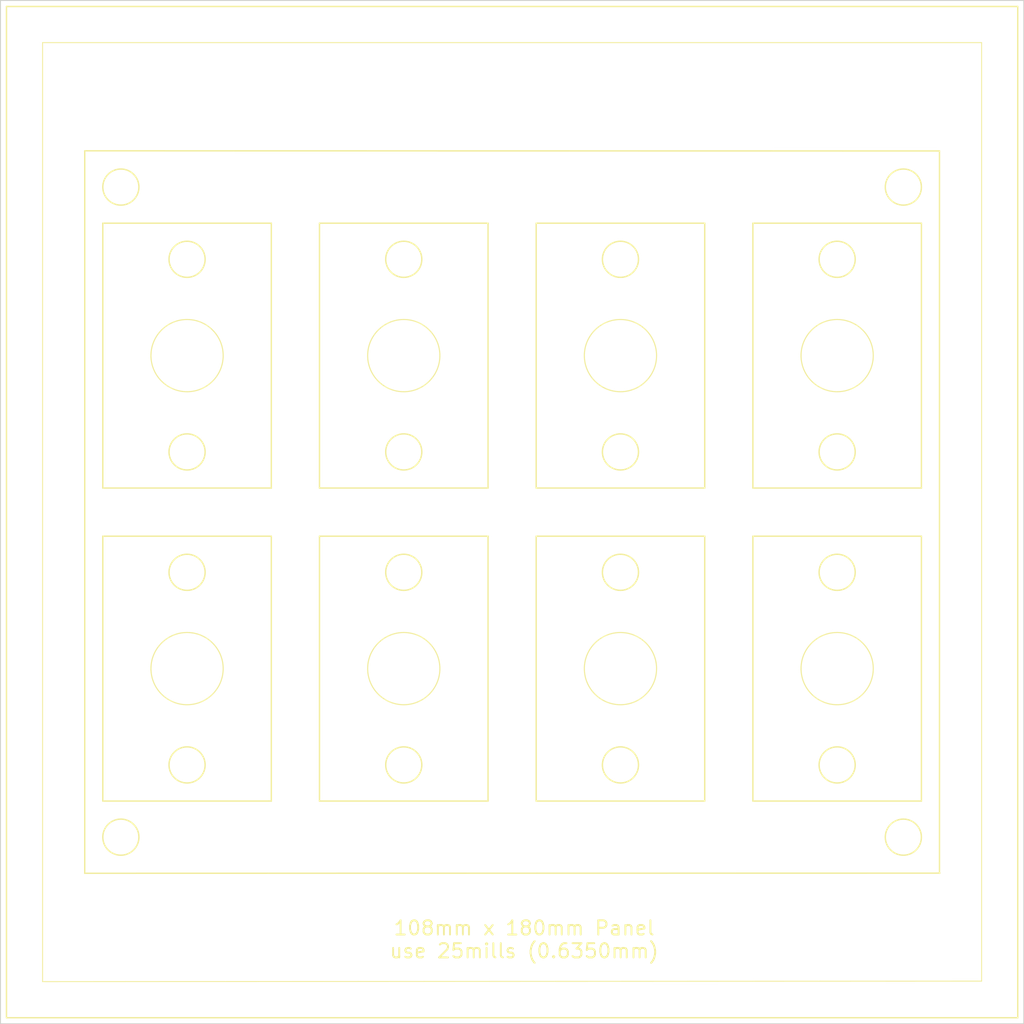
<source format=kicad_pcb>
(kicad_pcb (version 20171130) (host pcbnew "(5.1.10)-1")

  (general
    (thickness 1.6)
    (drawings 96)
    (tracks 0)
    (zones 0)
    (modules 12)
    (nets 1)
  )

  (page A4)
  (layers
    (0 F.Cu signal)
    (31 B.Cu signal)
    (32 B.Adhes user)
    (33 F.Adhes user)
    (34 B.Paste user)
    (35 F.Paste user)
    (36 B.SilkS user)
    (37 F.SilkS user)
    (38 B.Mask user)
    (39 F.Mask user)
    (40 Dwgs.User user hide)
    (41 Cmts.User user)
    (42 Eco1.User user)
    (43 Eco2.User user)
    (44 Edge.Cuts user)
    (45 Margin user)
    (46 B.CrtYd user)
    (47 F.CrtYd user)
    (48 B.Fab user)
    (49 F.Fab user)
  )

  (setup
    (last_trace_width 0.25)
    (trace_clearance 0.2)
    (zone_clearance 0.508)
    (zone_45_only no)
    (trace_min 0.2)
    (via_size 0.8)
    (via_drill 0.4)
    (via_min_size 0.4)
    (via_min_drill 0.3)
    (uvia_size 0.3)
    (uvia_drill 0.1)
    (uvias_allowed no)
    (uvia_min_size 0.2)
    (uvia_min_drill 0.1)
    (edge_width 0.1)
    (segment_width 0.2)
    (pcb_text_width 0.3)
    (pcb_text_size 1.5 1.5)
    (mod_edge_width 0.15)
    (mod_text_size 1 1)
    (mod_text_width 0.15)
    (pad_size 1.524 1.524)
    (pad_drill 0.762)
    (pad_to_mask_clearance 0)
    (aux_axis_origin 63.5 149.91)
    (grid_origin 63.5 149.91)
    (visible_elements 7FFFFFFF)
    (pcbplotparams
      (layerselection 0x010fc_ffffffff)
      (usegerberextensions false)
      (usegerberattributes true)
      (usegerberadvancedattributes true)
      (creategerberjobfile true)
      (excludeedgelayer true)
      (linewidth 0.100000)
      (plotframeref false)
      (viasonmask false)
      (mode 1)
      (useauxorigin false)
      (hpglpennumber 1)
      (hpglpenspeed 20)
      (hpglpendiameter 15.000000)
      (psnegative false)
      (psa4output false)
      (plotreference true)
      (plotvalue true)
      (plotinvisibletext false)
      (padsonsilk false)
      (subtractmaskfromsilk false)
      (outputformat 1)
      (mirror false)
      (drillshape 0)
      (scaleselection 1)
      (outputdirectory "gerberpannelv2-clean/"))
  )

  (net 0 "")

  (net_class Default "This is the default net class."
    (clearance 0.2)
    (trace_width 0.25)
    (via_dia 0.8)
    (via_drill 0.4)
    (uvia_dia 0.3)
    (uvia_drill 0.1)
  )

  (module Sebs:6.35mm (layer F.Cu) (tedit 6135EBD8) (tstamp 61866C9A)
    (at 128.905 112.445)
    (fp_text reference REF** (at 0 -6.8) (layer F.SilkS) hide
      (effects (font (size 1 1) (thickness 0.15)))
    )
    (fp_text value 6.35mm (at 0 -5.4) (layer F.Fab)
      (effects (font (size 1 1) (thickness 0.15)))
    )
    (fp_circle (center 0 0) (end 3.81 0) (layer F.SilkS) (width 0.12))
    (pad "" np_thru_hole circle (at 0 0) (size 6.35 6.35) (drill 6.35) (layers *.Cu *.Mask))
  )

  (module Sebs:6.35mm (layer F.Cu) (tedit 6135EBD8) (tstamp 61866C9A)
    (at 106.045 112.445)
    (fp_text reference REF** (at 0 -6.8) (layer F.SilkS) hide
      (effects (font (size 1 1) (thickness 0.15)))
    )
    (fp_text value 6.35mm (at 0 -5.4) (layer F.Fab)
      (effects (font (size 1 1) (thickness 0.15)))
    )
    (fp_circle (center 0 0) (end 3.81 0) (layer F.SilkS) (width 0.12))
    (pad "" np_thru_hole circle (at 0 0) (size 6.35 6.35) (drill 6.35) (layers *.Cu *.Mask))
  )

  (module Sebs:6.35mm (layer F.Cu) (tedit 6135EBD8) (tstamp 61866C9A)
    (at 128.905 79.425)
    (fp_text reference REF** (at 0 -6.8) (layer F.SilkS) hide
      (effects (font (size 1 1) (thickness 0.15)))
    )
    (fp_text value 6.35mm (at 0 -5.4) (layer F.Fab)
      (effects (font (size 1 1) (thickness 0.15)))
    )
    (fp_circle (center 0 0) (end 3.81 0) (layer F.SilkS) (width 0.12))
    (pad "" np_thru_hole circle (at 0 0) (size 6.35 6.35) (drill 6.35) (layers *.Cu *.Mask))
  )

  (module Sebs:6.35mm (layer F.Cu) (tedit 6135EBD8) (tstamp 61866C9A)
    (at 106.045 79.425)
    (fp_text reference REF** (at 0 -6.8) (layer F.SilkS) hide
      (effects (font (size 1 1) (thickness 0.15)))
    )
    (fp_text value 6.35mm (at 0 -5.4) (layer F.Fab)
      (effects (font (size 1 1) (thickness 0.15)))
    )
    (fp_circle (center 0 0) (end 3.81 0) (layer F.SilkS) (width 0.12))
    (pad "" np_thru_hole circle (at 0 0) (size 6.35 6.35) (drill 6.35) (layers *.Cu *.Mask))
  )

  (module Sebs:6.35mm (layer F.Cu) (tedit 6135EBD8) (tstamp 61866C9A)
    (at 151.765 79.425)
    (fp_text reference REF** (at 0 -6.8) (layer F.SilkS) hide
      (effects (font (size 1 1) (thickness 0.15)))
    )
    (fp_text value 6.35mm (at 0 -5.4) (layer F.Fab)
      (effects (font (size 1 1) (thickness 0.15)))
    )
    (fp_circle (center 0 0) (end 3.81 0) (layer F.SilkS) (width 0.12))
    (pad "" np_thru_hole circle (at 0 0) (size 6.35 6.35) (drill 6.35) (layers *.Cu *.Mask))
  )

  (module Sebs:6.35mm (layer F.Cu) (tedit 6135EBD8) (tstamp 61866C9A)
    (at 151.765 112.445)
    (fp_text reference REF** (at 0 -6.8) (layer F.SilkS) hide
      (effects (font (size 1 1) (thickness 0.15)))
    )
    (fp_text value 6.35mm (at 0 -5.4) (layer F.Fab)
      (effects (font (size 1 1) (thickness 0.15)))
    )
    (fp_circle (center 0 0) (end 3.81 0) (layer F.SilkS) (width 0.12))
    (pad "" np_thru_hole circle (at 0 0) (size 6.35 6.35) (drill 6.35) (layers *.Cu *.Mask))
  )

  (module Sebs:6.35mm (layer F.Cu) (tedit 6135EBD8) (tstamp 61866C9A)
    (at 83.185 112.445)
    (fp_text reference REF** (at 0 -6.8) (layer F.SilkS) hide
      (effects (font (size 1 1) (thickness 0.15)))
    )
    (fp_text value 6.35mm (at 0 -5.4) (layer F.Fab)
      (effects (font (size 1 1) (thickness 0.15)))
    )
    (fp_circle (center 0 0) (end 3.81 0) (layer F.SilkS) (width 0.12))
    (pad "" np_thru_hole circle (at 0 0) (size 6.35 6.35) (drill 6.35) (layers *.Cu *.Mask))
  )

  (module Sebs:6.35mm (layer F.Cu) (tedit 6135EBD8) (tstamp 61866C9A)
    (at 83.185 79.425)
    (fp_text reference REF** (at 0 -6.8) (layer F.SilkS) hide
      (effects (font (size 1 1) (thickness 0.15)))
    )
    (fp_text value 6.35mm (at 0 -5.4) (layer F.Fab)
      (effects (font (size 1 1) (thickness 0.15)))
    )
    (fp_circle (center 0 0) (end 3.81 0) (layer F.SilkS) (width 0.12))
    (pad "" np_thru_hole circle (at 0 0) (size 6.35 6.35) (drill 6.35) (layers *.Cu *.Mask))
  )

  (module Mounting_Holes:MountingHole_4mm locked (layer F.Cu) (tedit 56D1B4CB) (tstamp 6135E590)
    (at 161.925 140.385)
    (descr "Mounting Hole 4mm, no annular")
    (tags "mounting hole 4mm no annular")
    (attr virtual)
    (fp_text reference REF** (at 0 -4.2) (layer F.SilkS) hide
      (effects (font (size 1 1) (thickness 0.15)))
    )
    (fp_text value MountingHole_4mm (at 0 4.2) (layer F.Fab)
      (effects (font (size 1 1) (thickness 0.15)))
    )
    (fp_circle (center 0 0) (end 4.25 0) (layer F.CrtYd) (width 0.05))
    (fp_circle (center 0 0) (end 4 0) (layer Cmts.User) (width 0.15))
    (fp_text user %R (at 0.3 0) (layer F.Fab)
      (effects (font (size 1 1) (thickness 0.15)))
    )
    (pad 1 np_thru_hole circle (at 0 0) (size 4 4) (drill 4) (layers *.Cu *.Mask))
  )

  (module Mounting_Holes:MountingHole_4mm locked (layer F.Cu) (tedit 56D1B4CB) (tstamp 6135E582)
    (at 73.025 140.385)
    (descr "Mounting Hole 4mm, no annular")
    (tags "mounting hole 4mm no annular")
    (attr virtual)
    (fp_text reference REF** (at 0 -4.2) (layer F.SilkS) hide
      (effects (font (size 1 1) (thickness 0.15)))
    )
    (fp_text value MountingHole_4mm (at 0 4.2) (layer F.Fab)
      (effects (font (size 1 1) (thickness 0.15)))
    )
    (fp_circle (center 0 0) (end 4.25 0) (layer F.CrtYd) (width 0.05))
    (fp_circle (center 0 0) (end 4 0) (layer Cmts.User) (width 0.15))
    (fp_text user %R (at 0.3 0) (layer F.Fab)
      (effects (font (size 1 1) (thickness 0.15)))
    )
    (pad 1 np_thru_hole circle (at 0 0) (size 4 4) (drill 4) (layers *.Cu *.Mask))
  )

  (module Mounting_Holes:MountingHole_4mm locked (layer F.Cu) (tedit 56D1B4CB) (tstamp 6135E59E)
    (at 161.925 51.485)
    (descr "Mounting Hole 4mm, no annular")
    (tags "mounting hole 4mm no annular")
    (attr virtual)
    (fp_text reference REF** (at 0 -4.2) (layer F.SilkS) hide
      (effects (font (size 1 1) (thickness 0.15)))
    )
    (fp_text value MountingHole_4mm (at 0 4.2) (layer F.Fab)
      (effects (font (size 1 1) (thickness 0.15)))
    )
    (fp_circle (center 0 0) (end 4.25 0) (layer F.CrtYd) (width 0.05))
    (fp_circle (center 0 0) (end 4 0) (layer Cmts.User) (width 0.15))
    (fp_text user %R (at 0.3 0) (layer F.Fab)
      (effects (font (size 1 1) (thickness 0.15)))
    )
    (pad 1 np_thru_hole circle (at 0 0) (size 4 4) (drill 4) (layers *.Cu *.Mask))
  )

  (module Mounting_Holes:MountingHole_4mm locked (layer F.Cu) (tedit 56D1B4CB) (tstamp 6135E574)
    (at 73.03 51.485)
    (descr "Mounting Hole 4mm, no annular")
    (tags "mounting hole 4mm no annular")
    (attr virtual)
    (fp_text reference REF** (at 0 -4.2) (layer F.SilkS) hide
      (effects (font (size 1 1) (thickness 0.15)))
    )
    (fp_text value MountingHole_4mm (at 0 4.2) (layer F.Fab)
      (effects (font (size 1 1) (thickness 0.15)))
    )
    (fp_circle (center 0 0) (end 4.25 0) (layer F.CrtYd) (width 0.05))
    (fp_circle (center 0 0) (end 4 0) (layer Cmts.User) (width 0.15))
    (fp_text user %R (at 0.3 0) (layer F.Fab)
      (effects (font (size 1 1) (thickness 0.15)))
    )
    (pad 1 np_thru_hole circle (at 0 0) (size 4 4) (drill 4) (layers *.Cu *.Mask))
  )

  (gr_circle (center 76.2 61.645) (end 78.105 61.645) (layer F.SilkS) (width 0.15) (tstamp 61861D5A))
  (gr_circle (center 158.75 61.645) (end 160.655 61.645) (layer F.SilkS) (width 0.15) (tstamp 61861D58))
  (gr_circle (center 158.75 130.225) (end 160.655 130.225) (layer F.SilkS) (width 0.15) (tstamp 61861D56))
  (gr_circle (center 76.2 130.225) (end 78.105 130.225) (layer F.SilkS) (width 0.15) (tstamp 61861D54))
  (gr_line (start 173.355 149.91) (end 171.45 151.815) (layer Dwgs.User) (width 0.15) (tstamp 618670E4))
  (gr_line (start 172.085 149.91) (end 173.355 149.91) (layer Dwgs.User) (width 0.15))
  (gr_line (start 171.45 151.18) (end 161.925 151.18) (layer Dwgs.User) (width 0.15))
  (gr_line (start 171.45 150.545) (end 171.45 151.815) (layer Dwgs.User) (width 0.15))
  (gr_line (start 172.72 140.385) (end 172.72 149.91) (layer Dwgs.User) (width 0.15))
  (gr_line (start 120.015 98.475) (end 137.795 98.475) (layer F.SilkS) (width 0.15) (tstamp 61866C99))
  (gr_line (start 137.795 98.475) (end 137.795 126.415) (layer F.SilkS) (width 0.15) (tstamp 61866C98))
  (gr_line (start 120.015 126.415) (end 120.015 98.475) (layer F.SilkS) (width 0.15) (tstamp 61866C97))
  (gr_circle (center 128.905 122.605) (end 130.81 122.605) (layer F.SilkS) (width 0.15) (tstamp 61866C96))
  (gr_circle (center 128.905 102.285) (end 130.81 102.285) (layer F.SilkS) (width 0.15) (tstamp 61866C95))
  (gr_line (start 137.795 126.415) (end 120.015 126.415) (layer F.SilkS) (width 0.15) (tstamp 61866C94))
  (gr_line (start 97.155 98.475) (end 114.935 98.475) (layer F.SilkS) (width 0.15) (tstamp 61866C99))
  (gr_line (start 114.935 98.475) (end 114.935 126.415) (layer F.SilkS) (width 0.15) (tstamp 61866C98))
  (gr_line (start 97.155 126.415) (end 97.155 98.475) (layer F.SilkS) (width 0.15) (tstamp 61866C97))
  (gr_circle (center 106.045 122.605) (end 107.95 122.605) (layer F.SilkS) (width 0.15) (tstamp 61866C96))
  (gr_circle (center 106.045 102.285) (end 107.95 102.285) (layer F.SilkS) (width 0.15) (tstamp 61866C95))
  (gr_line (start 114.935 126.415) (end 97.155 126.415) (layer F.SilkS) (width 0.15) (tstamp 61866C94))
  (gr_line (start 120.015 65.455) (end 137.795 65.455) (layer F.SilkS) (width 0.15) (tstamp 61866C99))
  (gr_line (start 137.795 65.455) (end 137.795 93.395) (layer F.SilkS) (width 0.15) (tstamp 61866C98))
  (gr_line (start 120.015 93.395) (end 120.015 65.455) (layer F.SilkS) (width 0.15) (tstamp 61866C97))
  (gr_circle (center 128.905 89.585) (end 130.81 89.585) (layer F.SilkS) (width 0.15) (tstamp 61866C96))
  (gr_circle (center 128.905 69.265) (end 130.81 69.265) (layer F.SilkS) (width 0.15) (tstamp 61866C95))
  (gr_line (start 137.795 93.395) (end 120.015 93.395) (layer F.SilkS) (width 0.15) (tstamp 61866C94))
  (gr_line (start 97.155 65.455) (end 114.935 65.455) (layer F.SilkS) (width 0.15) (tstamp 61866C99))
  (gr_line (start 114.935 65.455) (end 114.935 93.395) (layer F.SilkS) (width 0.15) (tstamp 61866C98))
  (gr_line (start 97.155 93.395) (end 97.155 65.455) (layer F.SilkS) (width 0.15) (tstamp 61866C97))
  (gr_circle (center 106.045 89.585) (end 107.95 89.585) (layer F.SilkS) (width 0.15) (tstamp 61866C96))
  (gr_circle (center 106.045 69.265) (end 107.95 69.265) (layer F.SilkS) (width 0.15) (tstamp 61866C95))
  (gr_line (start 114.935 93.395) (end 97.155 93.395) (layer F.SilkS) (width 0.15) (tstamp 61866C94))
  (gr_line (start 142.875 65.455) (end 160.655 65.455) (layer F.SilkS) (width 0.15) (tstamp 61866C99))
  (gr_line (start 160.655 65.455) (end 160.655 93.395) (layer F.SilkS) (width 0.15) (tstamp 61866C98))
  (gr_line (start 142.875 93.395) (end 142.875 65.455) (layer F.SilkS) (width 0.15) (tstamp 61866C97))
  (gr_circle (center 151.765 89.585) (end 153.67 89.585) (layer F.SilkS) (width 0.15) (tstamp 61866C96))
  (gr_circle (center 151.765 69.265) (end 153.67 69.265) (layer F.SilkS) (width 0.15) (tstamp 61866C95))
  (gr_line (start 160.655 93.395) (end 142.875 93.395) (layer F.SilkS) (width 0.15) (tstamp 61866C94))
  (gr_line (start 142.875 98.475) (end 160.655 98.475) (layer F.SilkS) (width 0.15) (tstamp 61866C99))
  (gr_line (start 160.655 98.475) (end 160.655 126.415) (layer F.SilkS) (width 0.15) (tstamp 61866C98))
  (gr_line (start 142.875 126.415) (end 142.875 98.475) (layer F.SilkS) (width 0.15) (tstamp 61866C97))
  (gr_circle (center 151.765 122.605) (end 153.67 122.605) (layer F.SilkS) (width 0.15) (tstamp 61866C96))
  (gr_circle (center 151.765 102.285) (end 153.67 102.285) (layer F.SilkS) (width 0.15) (tstamp 61866C95))
  (gr_line (start 160.655 126.415) (end 142.875 126.415) (layer F.SilkS) (width 0.15) (tstamp 61866C94))
  (gr_line (start 74.295 98.475) (end 92.075 98.475) (layer F.SilkS) (width 0.15) (tstamp 61866C99))
  (gr_line (start 92.075 98.475) (end 92.075 126.415) (layer F.SilkS) (width 0.15) (tstamp 61866C98))
  (gr_line (start 74.295 126.415) (end 74.295 98.475) (layer F.SilkS) (width 0.15) (tstamp 61866C97))
  (gr_circle (center 83.185 122.605) (end 85.09 122.605) (layer F.SilkS) (width 0.15) (tstamp 61866C96))
  (gr_circle (center 83.185 102.285) (end 85.09 102.285) (layer F.SilkS) (width 0.15) (tstamp 61866C95))
  (gr_line (start 92.075 126.415) (end 74.295 126.415) (layer F.SilkS) (width 0.15) (tstamp 61866C94))
  (gr_line (start 74.295 65.455) (end 92.075 65.455) (layer F.SilkS) (width 0.15) (tstamp 61866C99))
  (gr_line (start 92.075 65.455) (end 92.075 93.395) (layer F.SilkS) (width 0.15) (tstamp 61866C98))
  (gr_line (start 74.295 93.395) (end 74.295 65.455) (layer F.SilkS) (width 0.15) (tstamp 61866C97))
  (gr_circle (center 83.185 89.585) (end 85.09 89.585) (layer F.SilkS) (width 0.15) (tstamp 61866C96))
  (gr_circle (center 83.185 69.265) (end 85.09 69.265) (layer F.SilkS) (width 0.15) (tstamp 61866C95))
  (gr_line (start 92.075 93.395) (end 74.295 93.395) (layer F.SilkS) (width 0.15) (tstamp 61866C94))
  (gr_line (start 50.8 149.91) (end 50.8 95.935) (layer Dwgs.User) (width 0.15))
  (gr_line (start 62.23 98.475) (end 173.99 98.475) (layer Dwgs.User) (width 0.15))
  (gr_line (start 62.865 93.395) (end 173.355 93.395) (layer Dwgs.User) (width 0.15))
  (gr_line (start 160.655 35.61) (end 160.655 154.355) (layer Dwgs.User) (width 0.15))
  (gr_line (start 74.295 35.61) (end 74.295 156.26) (layer Dwgs.User) (width 0.15))
  (gr_line (start 160.655 35.61) (end 171.45 35.61) (layer Dwgs.User) (width 0.15) (tstamp 61865903))
  (gr_line (start 63.5 35.61) (end 74.295 35.61) (layer Dwgs.User) (width 0.15))
  (gr_line (start 57.15 149.91) (end 57.15 126.415) (layer Dwgs.User) (width 0.15))
  (gr_line (start 57.15 65.455) (end 57.15 41.96) (layer Dwgs.User) (width 0.15))
  (gr_line (start 62.23 95.935) (end 62.23 98.475) (layer Dwgs.User) (width 0.15))
  (gr_line (start 62.865 95.935) (end 62.865 93.395) (layer Dwgs.User) (width 0.15))
  (gr_line (start 62.865 51.485) (end 175.26 51.485) (layer Dwgs.User) (width 0.15))
  (gr_line (start 62.23 41.96) (end 62.23 51.485) (layer Dwgs.User) (width 0.15))
  (gr_line (start 161.925 150.11) (end 161.925 40.055) (layer Dwgs.User) (width 0.15))
  (gr_line (start 73.025 150.545) (end 73.03 41.325) (layer Dwgs.User) (width 0.15))
  (gr_line (start 63.5 151.18) (end 73.03 151.18) (layer Dwgs.User) (width 0.15))
  (gr_line (start 62.865 140.38) (end 172.085 140.38) (layer Dwgs.User) (width 0.15))
  (gr_line (start 62.23 149.91) (end 62.23 140.385) (layer Dwgs.User) (width 0.15))
  (gr_line (start 117.475 153.72) (end 117.475 35.61) (layer Dwgs.User) (width 0.15))
  (gr_line (start 50.8 95.935) (end 177.165 95.935) (layer Dwgs.User) (width 0.15))
  (gr_line (start 63.5 149.91) (end 171.45 41.96) (layer Dwgs.User) (width 0.15))
  (gr_line (start 63.5 41.96) (end 171.45 149.91) (layer Dwgs.User) (width 0.15))
  (gr_text "108mm x 180mm Panel\nuse 25mills (0.6350mm)" (at 118.745 141.02) (layer F.SilkS)
    (effects (font (size 1.5 1.5) (thickness 0.2)))
  )
  (gr_line (start 64.135 149.275) (end 64.135 42.595) (layer F.SilkS) (width 0.15) (tstamp 61862797))
  (gr_line (start 170.815 149.275) (end 64.135 149.275) (layer F.SilkS) (width 0.15))
  (gr_line (start 170.815 42.595) (end 170.815 149.275) (layer F.SilkS) (width 0.15))
  (gr_line (start 64.135 42.595) (end 170.815 42.595) (layer F.SilkS) (width 0.15))
  (gr_line (start 162.56 57.835) (end 72.39 57.82) (layer F.SilkS) (width 0.15) (tstamp 618626E6))
  (gr_line (start 162.56 134.02) (end 162.56 57.835) (layer F.SilkS) (width 0.15))
  (gr_line (start 72.39 134.035) (end 162.6 134.02) (layer F.SilkS) (width 0.15))
  (gr_line (start 72.39 57.835) (end 72.39 134.035) (layer F.SilkS) (width 0.15))
  (gr_line (start 63.5 149.91) (end 171.45 149.91) (layer Edge.Cuts) (width 0.1) (tstamp 616C0EE0))
  (gr_line (start 63.5 41.96) (end 171.45 41.96) (layer Edge.Cuts) (width 0.1) (tstamp 616C0E9A))
  (gr_line (start 171.45 41.96) (end 171.45 149.91) (layer Edge.Cuts) (width 0.1) (tstamp 616C0E98))
  (gr_line (start 63.5 41.96) (end 63.5 149.91) (layer Edge.Cuts) (width 0.1) (tstamp 616C0E96))
  (gr_line (start 167.005 46.405) (end 167.005 145.415) (layer F.SilkS) (width 0.1) (tstamp 6135E406))
  (gr_line (start 67.945 46.405) (end 67.945 145.465) (layer F.SilkS) (width 0.1) (tstamp 6135E3FF))
  (gr_line (start 67.945 145.465) (end 167.005 145.415) (layer F.SilkS) (width 0.1) (tstamp 6135E3F6))
  (gr_line (start 67.945 46.405) (end 167.005 46.405) (layer F.SilkS) (width 0.1))

)

</source>
